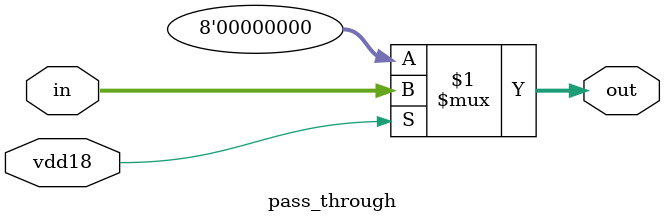
<source format=v>
module pass_through(in, out, vdd18);
  input vdd18;
  input [7:0] in;
  output [7:0] out;

  assign out = vdd18 ? in : 8'b0;
endmodule
</source>
